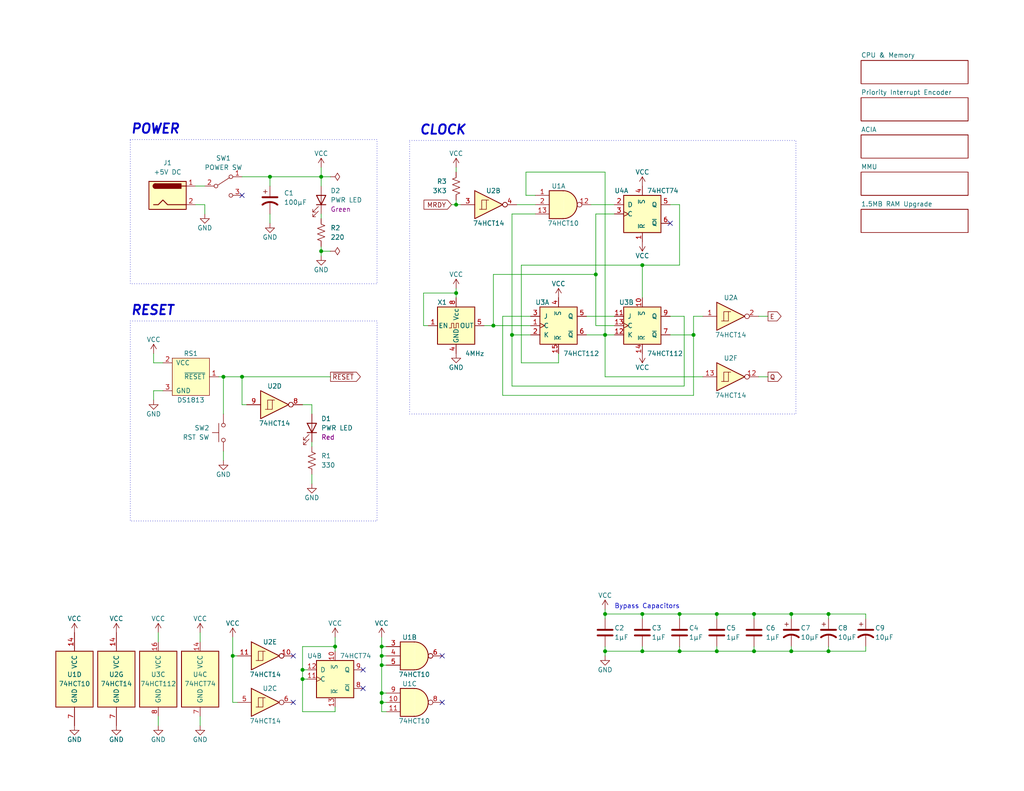
<source format=kicad_sch>
(kicad_sch (version 20230121) (generator eeschema)
  (paper "USLetter")
  (title_block (title "Power, Reset, Clock") (date "2024-01-16") (rev "1.0") (company "Frédéric Segard") (comment 1 "MicroHobbyist's Retro Homebrew Computers") (comment 2 "microhobbyist.com"))
  (lib_symbols
    (symbol "0_Library:DS1813" (pin_names (offset 1.016))
      (property "Reference" "RS" (at 0 2.54 0))
      (property "Value" "DS1813" (at 0 0 0))
      (symbol "DS1813_0_1"
        (rectangle (start 5.08 -1.27) (end -5.08 -11.43) (fill (type background)))
      )
      (symbol "DS1813_1_1"
        (pin output line (at 7.62 -6.35 180) (length 2.54) (name "~{RESET}") (number "1"))
        (pin input line (at -7.62 -2.54 0) (length 2.54) (name "VCC") (number "2"))
        (pin power_in line (at -7.62 -10.16 0) (length 2.54) (name "GND") (number "3"))
      )
    )
    (symbol "74xx:74HC74" (pin_names (offset 1.016))
      (property "Reference" "U" (at -7.62 8.89 0))
      (property "Value" "74HC74" (at -7.62 -8.89 0))
      (symbol "74HC74_1_0"
        (pin input line (at 0 -7.62 90) (length 2.54) (name "~{R}") (number "1"))
        (pin input line (at -7.62 2.54 0) (length 2.54) (name "D") (number "2"))
        (pin input clock (at -7.62 0 0) (length 2.54) (name "C") (number "3"))
        (pin input line (at 0 7.62 270) (length 2.54) (name "~{S}") (number "4"))
        (pin output line (at 7.62 2.54 180) (length 2.54) (name "Q") (number "5"))
        (pin output line (at 7.62 -2.54 180) (length 2.54) (name "~{Q}") (number "6"))
      )
      (symbol "74HC74_1_1"
        (rectangle (start -5.08 5.08) (end 5.08 -5.08) (stroke (width 0.254)) (fill (type background)))
      )
      (symbol "74HC74_2_0"
        (pin input line (at 0 7.62 270) (length 2.54) (name "~{S}") (number "10"))
        (pin input clock (at -7.62 0 0) (length 2.54) (name "C") (number "11"))
        (pin input line (at -7.62 2.54 0) (length 2.54) (name "D") (number "12"))
        (pin input line (at 0 -7.62 90) (length 2.54) (name "~{R}") (number "13"))
        (pin output line (at 7.62 -2.54 180) (length 2.54) (name "~{Q}") (number "8"))
        (pin output line (at 7.62 2.54 180) (length 2.54) (name "Q") (number "9"))
      )
      (symbol "74HC74_2_1"
        (rectangle (start -5.08 5.08) (end 5.08 -5.08) (stroke (width 0.254)) (fill (type background)))
      )
      (symbol "74HC74_3_0"
        (pin power_in line (at 0 10.16 270) (length 2.54) (name "VCC") (number "14"))
        (pin power_in line (at 0 -10.16 90) (length 2.54) (name "GND") (number "7"))
      )
      (symbol "74HC74_3_1"
        (rectangle (start -5.08 7.62) (end 5.08 -7.62) (stroke (width 0.254)) (fill (type background)))
      )
    )
    (symbol "74xx:74LS10" (pin_names (offset 1.016))
      (property "Reference" "U" (at 0 1.27 0))
      (property "Value" "74LS10" (at 0 -1.27 0))
      (symbol "74LS10_1_1"
        (arc (start 0 -3.81) (mid 3.7934 0) (end 0 3.81) (stroke (width 0.254)) (fill (type background)))
        (polyline (pts (xy 0 3.81) (xy -3.81 3.81) (xy -3.81 -3.81) (xy 0 -3.81)) (stroke (width 0.254)) (fill (type background)))
        (pin input line (at -7.62 2.54 0) (length 3.81) (name "~") (number "1"))
        (pin output inverted (at 7.62 0 180) (length 3.81) (name "~") (number "12"))
        (pin input line (at -7.62 -2.54 0) (length 3.81) (name "~") (number "13"))
        (pin input line (at -7.62 0 0) (length 3.81) (name "~") (number "2"))
      )
      (symbol "74LS10_1_2"
        (arc (start -3.81 -3.81) (mid -2.589 0) (end -3.81 3.81) (stroke (width 0.254)))
        (arc (start -0.6096 -3.81) (mid 2.1842 -2.5851) (end 3.81 0) (stroke (width 0.254)) (fill (type background)))
        (polyline (pts (xy -3.81 -3.81) (xy -0.635 -3.81)) (stroke (width 0.254)) (fill (type background)))
        (polyline (pts (xy -3.81 3.81) (xy -0.635 3.81)) (stroke (width 0.254)) (fill (type background)))
        (polyline (pts (xy -0.635 3.81) (xy -3.81 3.81) (xy -3.81 3.81) (xy -3.556 3.4036) (xy -3.0226 2.2606) (xy -2.6924 1.0414) (xy -2.6162 -0.254) (xy -2.7686 -1.4986) (xy -3.175 -2.7178) (xy -3.81 -3.81) (xy -3.81 -3.81) (xy -0.635 -3.81)) (stroke (width -25.4)) (fill (type background)))
        (arc (start 3.81 0) (mid 2.1915 2.5936) (end -0.6096 3.81) (stroke (width 0.254)) (fill (type background)))
        (pin input inverted (at -7.62 2.54 0) (length 4.318) (name "~") (number "1"))
        (pin output line (at 7.62 0 180) (length 3.81) (name "~") (number "12"))
        (pin input inverted (at -7.62 -2.54 0) (length 4.318) (name "~") (number "13"))
        (pin input inverted (at -7.62 0 0) (length 4.953) (name "~") (number "2"))
      )
      (symbol "74LS10_2_1"
        (arc (start 0 -3.81) (mid 3.7934 0) (end 0 3.81) (stroke (width 0.254)) (fill (type background)))
        (polyline (pts (xy 0 3.81) (xy -3.81 3.81) (xy -3.81 -3.81) (xy 0 -3.81)) (stroke (width 0.254)) (fill (type background)))
        (pin input line (at -7.62 2.54 0) (length 3.81) (name "~") (number "3"))
        (pin input line (at -7.62 0 0) (length 3.81) (name "~") (number "4"))
        (pin input line (at -7.62 -2.54 0) (length 3.81) (name "~") (number "5"))
        (pin output inverted (at 7.62 0 180) (length 3.81) (name "~") (number "6"))
      )
      (symbol "74LS10_2_2"
        (arc (start -3.81 -3.81) (mid -2.589 0) (end -3.81 3.81) (stroke (width 0.254)))
        (arc (start -0.6096 -3.81) (mid 2.1842 -2.5851) (end 3.81 0) (stroke (width 0.254)) (fill (type background)))
        (polyline (pts (xy -3.81 -3.81) (xy -0.635 -3.81)) (stroke (width 0.254)) (fill (type background)))
        (polyline (pts (xy -3.81 3.81) (xy -0.635 3.81)) (stroke (width 0.254)) (fill (type background)))
        (polyline (pts (xy -0.635 3.81) (xy -3.81 3.81) (xy -3.81 3.81) (xy -3.556 3.4036) (xy -3.0226 2.2606) (xy -2.6924 1.0414) (xy -2.6162 -0.254) (xy -2.7686 -1.4986) (xy -3.175 -2.7178) (xy -3.81 -3.81) (xy -3.81 -3.81) (xy -0.635 -3.81)) (stroke (width -25.4)) (fill (type background)))
        (arc (start 3.81 0) (mid 2.1915 2.5936) (end -0.6096 3.81) (stroke (width 0.254)) (fill (type background)))
        (pin input inverted (at -7.62 2.54 0) (length 4.318) (name "~") (number "3"))
        (pin input inverted (at -7.62 0 0) (length 4.953) (name "~") (number "4"))
        (pin input inverted (at -7.62 -2.54 0) (length 4.318) (name "~") (number "5"))
        (pin output line (at 7.62 0 180) (length 3.81) (name "~") (number "6"))
      )
      (symbol "74LS10_3_1"
        (arc (start 0 -3.81) (mid 3.7934 0) (end 0 3.81) (stroke (width 0.254)) (fill (type background)))
        (polyline (pts (xy 0 3.81) (xy -3.81 3.81) (xy -3.81 -3.81) (xy 0 -3.81)) (stroke (width 0.254)) (fill (type background)))
        (pin input line (at -7.62 0 0) (length 3.81) (name "~") (number "10"))
        (pin input line (at -7.62 -2.54 0) (length 3.81) (name "~") (number "11"))
        (pin output inverted (at 7.62 0 180) (length 3.81) (name "~") (number "8"))
        (pin input line (at -7.62 2.54 0) (length 3.81) (name "~") (number "9"))
      )
      (symbol "74LS10_3_2"
        (arc (start -3.81 -3.81) (mid -2.589 0) (end -3.81 3.81) (stroke (width 0.254)))
        (arc (start -0.6096 -3.81) (mid 2.1842 -2.5851) (end 3.81 0) (stroke (width 0.254)) (fill (type background)))
        (polyline (pts (xy -3.81 -3.81) (xy -0.635 -3.81)) (stroke (width 0.254)) (fill (type background)))
        (polyline (pts (xy -3.81 3.81) (xy -0.635 3.81)) (stroke (width 0.254)) (fill (type background)))
        (polyline (pts (xy -0.635 3.81) (xy -3.81 3.81) (xy -3.81 3.81) (xy -3.556 3.4036) (xy -3.0226 2.2606) (xy -2.6924 1.0414) (xy -2.6162 -0.254) (xy -2.7686 -1.4986) (xy -3.175 -2.7178) (xy -3.81 -3.81) (xy -3.81 -3.81) (xy -0.635 -3.81)) (stroke (width -25.4)) (fill (type background)))
        (arc (start 3.81 0) (mid 2.1915 2.5936) (end -0.6096 3.81) (stroke (width 0.254)) (fill (type background)))
        (pin input inverted (at -7.62 0 0) (length 4.953) (name "~") (number "10"))
        (pin input inverted (at -7.62 -2.54 0) (length 4.318) (name "~") (number "11"))
        (pin output line (at 7.62 0 180) (length 3.81) (name "~") (number "8"))
        (pin input inverted (at -7.62 2.54 0) (length 4.318) (name "~") (number "9"))
      )
      (symbol "74LS10_4_0"
        (pin power_in line (at 0 12.7 270) (length 5.08) (name "VCC") (number "14"))
        (pin power_in line (at 0 -12.7 90) (length 5.08) (name "GND") (number "7"))
      )
      (symbol "74LS10_4_1"
        (rectangle (start -5.08 7.62) (end 5.08 -7.62) (stroke (width 0.254)) (fill (type background)))
      )
    )
    (symbol "74xx:74LS112" (pin_names (offset 1.016))
      (property "Reference" "U" (at -7.62 8.89 0))
      (property "Value" "74LS112" (at -7.62 -8.89 0))
      (symbol "74LS112_1_0"
        (pin input clock (at -7.62 0 0) (length 2.54) (name "C") (number "1"))
        (pin input line (at 0 -7.62 90) (length 2.54) (name "~{R}") (number "15"))
        (pin input line (at -7.62 -2.54 0) (length 2.54) (name "K") (number "2"))
        (pin input line (at -7.62 2.54 0) (length 2.54) (name "J") (number "3"))
        (pin input line (at 0 7.62 270) (length 2.54) (name "~{S}") (number "4"))
        (pin output line (at 7.62 2.54 180) (length 2.54) (name "Q") (number "5"))
        (pin output line (at 7.62 -2.54 180) (length 2.54) (name "~{Q}") (number "6"))
      )
      (symbol "74LS112_1_1"
        (rectangle (start -5.08 5.08) (end 5.08 -5.08) (stroke (width 0.254)) (fill (type background)))
      )
      (symbol "74LS112_2_0"
        (pin input line (at 0 7.62 270) (length 2.54) (name "~{S}") (number "10"))
        (pin input line (at -7.62 2.54 0) (length 2.54) (name "J") (number "11"))
        (pin input line (at -7.62 -2.54 0) (length 2.54) (name "K") (number "12"))
        (pin input clock (at -7.62 0 0) (length 2.54) (name "C") (number "13"))
        (pin input line (at 0 -7.62 90) (length 2.54) (name "~{R}") (number "14"))
        (pin output line (at 7.62 -2.54 180) (length 2.54) (name "~{Q}") (number "7"))
        (pin output line (at 7.62 2.54 180) (length 2.54) (name "Q") (number "9"))
      )
      (symbol "74LS112_2_1"
        (rectangle (start -5.08 5.08) (end 5.08 -5.08) (stroke (width 0.254)) (fill (type background)))
      )
      (symbol "74LS112_3_0"
        (pin power_in line (at 0 10.16 270) (length 2.54) (name "VCC") (number "16"))
        (pin power_in line (at 0 -10.16 90) (length 2.54) (name "GND") (number "8"))
      )
      (symbol "74LS112_3_1"
        (rectangle (start -5.08 7.62) (end 5.08 -7.62) (stroke (width 0.254)) (fill (type background)))
      )
    )
    (symbol "74xx:74LS14" (pin_names (offset 1.016))
      (property "Reference" "U" (at 0 1.27 0))
      (property "Value" "74LS14" (at 0 -1.27 0))
      (symbol "74LS14_1_0"
        (polyline (pts (xy -3.81 3.81) (xy -3.81 -3.81) (xy 3.81 0) (xy -3.81 3.81)) (stroke (width 0.254)) (fill (type background)))
        (pin input line (at -7.62 0 0) (length 3.81) (name "~") (number "1"))
        (pin output inverted (at 7.62 0 180) (length 3.81) (name "~") (number "2"))
      )
      (symbol "74LS14_1_1"
        (polyline (pts (xy -1.905 -1.27) (xy -1.905 1.27) (xy -0.635 1.27)))
        (polyline (pts (xy -2.54 -1.27) (xy -0.635 -1.27) (xy -0.635 1.27) (xy 0 1.27)))
      )
      (symbol "74LS14_2_0"
        (polyline (pts (xy -3.81 3.81) (xy -3.81 -3.81) (xy 3.81 0) (xy -3.81 3.81)) (stroke (width 0.254)) (fill (type background)))
        (pin input line (at -7.62 0 0) (length 3.81) (name "~") (number "3"))
        (pin output inverted (at 7.62 0 180) (length 3.81) (name "~") (number "4"))
      )
      (symbol "74LS14_2_1"
        (polyline (pts (xy -1.905 -1.27) (xy -1.905 1.27) (xy -0.635 1.27)))
        (polyline (pts (xy -2.54 -1.27) (xy -0.635 -1.27) (xy -0.635 1.27) (xy 0 1.27)))
      )
      (symbol "74LS14_3_0"
        (polyline (pts (xy -3.81 3.81) (xy -3.81 -3.81) (xy 3.81 0) (xy -3.81 3.81)) (stroke (width 0.254)) (fill (type background)))
        (pin input line (at -7.62 0 0) (length 3.81) (name "~") (number "5"))
        (pin output inverted (at 7.62 0 180) (length 3.81) (name "~") (number "6"))
      )
      (symbol "74LS14_3_1"
        (polyline (pts (xy -1.905 -1.27) (xy -1.905 1.27) (xy -0.635 1.27)))
        (polyline (pts (xy -2.54 -1.27) (xy -0.635 -1.27) (xy -0.635 1.27) (xy 0 1.27)))
      )
      (symbol "74LS14_4_0"
        (polyline (pts (xy -3.81 3.81) (xy -3.81 -3.81) (xy 3.81 0) (xy -3.81 3.81)) (stroke (width 0.254)) (fill (type background)))
        (pin output inverted (at 7.62 0 180) (length 3.81) (name "~") (number "8"))
        (pin input line (at -7.62 0 0) (length 3.81) (name "~") (number "9"))
      )
      (symbol "74LS14_4_1"
        (polyline (pts (xy -1.905 -1.27) (xy -1.905 1.27) (xy -0.635 1.27)))
        (polyline (pts (xy -2.54 -1.27) (xy -0.635 -1.27) (xy -0.635 1.27) (xy 0 1.27)))
      )
      (symbol "74LS14_5_0"
        (polyline (pts (xy -3.81 3.81) (xy -3.81 -3.81) (xy 3.81 0) (xy -3.81 3.81)) (stroke (width 0.254)) (fill (type background)))
        (pin output inverted (at 7.62 0 180) (length 3.81) (name "~") (number "10"))
        (pin input line (at -7.62 0 0) (length 3.81) (name "~") (number "11"))
      )
      (symbol "74LS14_5_1"
        (polyline (pts (xy -1.905 -1.27) (xy -1.905 1.27) (xy -0.635 1.27)))
        (polyline (pts (xy -2.54 -1.27) (xy -0.635 -1.27) (xy -0.635 1.27) (xy 0 1.27)))
      )
      (symbol "74LS14_6_0"
        (polyline (pts (xy -3.81 3.81) (xy -3.81 -3.81) (xy 3.81 0) (xy -3.81 3.81)) (stroke (width 0.254)) (fill (type background)))
        (pin output inverted (at 7.62 0 180) (length 3.81) (name "~") (number "12"))
        (pin input line (at -7.62 0 0) (length 3.81) (name "~") (number "13"))
      )
      (symbol "74LS14_6_1"
        (polyline (pts (xy -1.905 -1.27) (xy -1.905 1.27) (xy -0.635 1.27)))
        (polyline (pts (xy -2.54 -1.27) (xy -0.635 -1.27) (xy -0.635 1.27) (xy 0 1.27)))
      )
      (symbol "74LS14_7_0"
        (pin power_in line (at 0 12.7 270) (length 5.08) (name "VCC") (number "14"))
        (pin power_in line (at 0 -12.7 90) (length 5.08) (name "GND") (number "7"))
      )
      (symbol "74LS14_7_1"
        (rectangle (start -5.08 7.62) (end 5.08 -7.62) (stroke (width 0.254)) (fill (type background)))
      )
    )
    (symbol "Connector:Barrel_Jack" (pin_names (offset 1.016))
      (property "Reference" "J" (at 0 5.334 0))
      (property "Value" "Barrel_Jack" (at 0 -5.08 0))
      (symbol "Barrel_Jack_0_1"
        (rectangle (start -5.08 3.81) (end 5.08 -3.81) (stroke (width 0.254)) (fill (type background)))
        (arc (start -3.302 3.175) (mid -3.9343 2.54) (end -3.302 1.905) (stroke (width 0.254)))
        (arc (start -3.302 3.175) (mid -3.9343 2.54) (end -3.302 1.905) (stroke (width 0.254)) (fill (type outline)))
        (polyline (pts (xy 5.08 2.54) (xy 3.81 2.54)) (stroke (width 0.254)))
        (polyline (pts (xy -3.81 -2.54) (xy -2.54 -2.54) (xy -1.27 -1.27) (xy 0 -2.54) (xy 2.54 -2.54) (xy 5.08 -2.54)) (stroke (width 0.254)))
        (rectangle (start 3.683 3.175) (end -3.302 1.905) (stroke (width 0.254)) (fill (type outline)))
      )
      (symbol "Barrel_Jack_1_1"
        (pin passive line (at 7.62 2.54 180) (length 2.54) (name "~") (number "1"))
        (pin passive line (at 7.62 -2.54 180) (length 2.54) (name "~") (number "2"))
      )
    )
    (symbol "Device:C" (pin_numbers hide) (pin_names (offset 0.254))
      (property "Reference" "C" (at 0.635 2.54 0))
      (property "Value" "C" (at 0.635 -2.54 0))
      (symbol "C_0_1"
        (polyline (pts (xy -2.032 -0.762) (xy 2.032 -0.762)) (stroke (width 0.508)))
        (polyline (pts (xy -2.032 0.762) (xy 2.032 0.762)) (stroke (width 0.508)))
      )
      (symbol "C_1_1"
        (pin passive line (at 0 3.81 270) (length 2.794) (name "~") (number "1"))
        (pin passive line (at 0 -3.81 90) (length 2.794) (name "~") (number "2"))
      )
    )
    (symbol "Device:C_Polarized_US" (pin_numbers hide) (pin_names (offset 0.254) hide)
      (property "Reference" "C" (at 0.635 2.54 0))
      (property "Value" "C_Polarized_US" (at 0.635 -2.54 0))
      (symbol "C_Polarized_US_0_1"
        (polyline (pts (xy -2.032 0.762) (xy 2.032 0.762)) (stroke (width 0.508)))
        (polyline (pts (xy -1.778 2.286) (xy -0.762 2.286)))
        (polyline (pts (xy -1.27 1.778) (xy -1.27 2.794)))
        (arc (start 2.032 -1.27) (mid 0 -0.5572) (end -2.032 -1.27) (stroke (width 0.508)))
      )
      (symbol "C_Polarized_US_1_1"
        (pin passive line (at 0 3.81 270) (length 2.794) (name "~") (number "1"))
        (pin passive line (at 0 -3.81 90) (length 3.302) (name "~") (number "2"))
      )
    )
    (symbol "Device:LED" (pin_numbers hide) (pin_names (offset 1.016) hide)
      (property "Reference" "D" (at 0 2.54 0))
      (property "Value" "LED" (at 0 -2.54 0))
      (symbol "LED_0_1"
        (polyline (pts (xy -1.27 -1.27) (xy -1.27 1.27)) (stroke (width 0.254)))
        (polyline (pts (xy -1.27 0) (xy 1.27 0)))
        (polyline (pts (xy 1.27 -1.27) (xy 1.27 1.27) (xy -1.27 0) (xy 1.27 -1.27)) (stroke (width 0.254)))
        (polyline (pts (xy -3.048 -0.762) (xy -4.572 -2.286) (xy -3.81 -2.286) (xy -4.572 -2.286) (xy -4.572 -1.524)))
        (polyline (pts (xy -1.778 -0.762) (xy -3.302 -2.286) (xy -2.54 -2.286) (xy -3.302 -2.286) (xy -3.302 -1.524)))
      )
      (symbol "LED_1_1"
        (pin passive line (at -3.81 0 0) (length 2.54) (name "K") (number "1"))
        (pin passive line (at 3.81 0 180) (length 2.54) (name "A") (number "2"))
      )
    )
    (symbol "Device:R_US" (pin_numbers hide) (pin_names (offset 0))
      (property "Reference" "R" (at 2.54 0 90))
      (property "Value" "R_US" (at -2.54 0 90))
      (symbol "R_US_0_1"
        (polyline (pts (xy 0 -2.286) (xy 0 -2.54)))
        (polyline (pts (xy 0 2.286) (xy 0 2.54)))
        (polyline (pts (xy 0 -0.762) (xy 1.016 -1.143) (xy 0 -1.524) (xy -1.016 -1.905) (xy 0 -2.286)))
        (polyline (pts (xy 0 0.762) (xy 1.016 0.381) (xy 0 0) (xy -1.016 -0.381) (xy 0 -0.762)))
        (polyline (pts (xy 0 2.286) (xy 1.016 1.905) (xy 0 1.524) (xy -1.016 1.143) (xy 0 0.762)))
      )
      (symbol "R_US_1_1"
        (pin passive line (at 0 3.81 270) (length 1.27) (name "~") (number "1"))
        (pin passive line (at 0 -3.81 90) (length 1.27) (name "~") (number "2"))
      )
    )
    (symbol "Oscillator:CXO_DIP8" (pin_names (offset 0.254))
      (property "Reference" "X" (at -5.08 6.35 0))
      (property "Value" "CXO_DIP8" (at 1.27 -6.35 0))
      (symbol "CXO_DIP8_0_1"
        (rectangle (start -5.08 5.08) (end 5.08 -5.08) (stroke (width 0.254)) (fill (type background)))
        (polyline (pts (xy -1.905 -0.635) (xy -1.27 -0.635) (xy -1.27 0.635) (xy -0.635 0.635) (xy -0.635 -0.635) (xy 0 -0.635) (xy 0 0.635) (xy 0.635 0.635) (xy 0.635 -0.635)))
      )
      (symbol "CXO_DIP8_1_1"
        (pin input line (at -7.62 0 0) (length 2.54) (name "EN") (number "1"))
        (pin power_in line (at 0 -7.62 90) (length 2.54) (name "GND") (number "4"))
        (pin output line (at 7.62 0 180) (length 2.54) (name "OUT") (number "5"))
        (pin power_in line (at 0 7.62 270) (length 2.54) (name "Vcc") (number "8"))
      )
    )
    (symbol "Switch:SW_Push" (pin_numbers hide) (pin_names (offset 1.016) hide)
      (property "Reference" "SW" (at 1.27 2.54 0))
      (property "Value" "SW_Push" (at 0 -1.524 0))
      (symbol "SW_Push_0_1"
        (circle (center -2.032 0) (radius 0.508))
        (polyline (pts (xy 0 1.27) (xy 0 3.048)))
        (polyline (pts (xy 2.54 1.27) (xy -2.54 1.27)))
        (circle (center 2.032 0) (radius 0.508))
        (pin passive line (at -5.08 0 0) (length 2.54) (name "1") (number "1"))
        (pin passive line (at 5.08 0 180) (length 2.54) (name "2") (number "2"))
      )
    )
    (symbol "Switch:SW_SPDT" (pin_names (offset 0) hide)
      (property "Reference" "SW" (at 0 4.318 0))
      (property "Value" "SW_SPDT" (at 0 -5.08 0))
      (symbol "SW_SPDT_0_0"
        (circle (center -2.032 0) (radius 0.508))
        (circle (center 2.032 -2.54) (radius 0.508))
      )
      (symbol "SW_SPDT_0_1"
        (polyline (pts (xy -1.524 0.254) (xy 1.651 2.286)))
        (circle (center 2.032 2.54) (radius 0.508))
      )
      (symbol "SW_SPDT_1_1"
        (pin passive line (at 5.08 2.54 180) (length 2.54) (name "A") (number "1"))
        (pin passive line (at -5.08 0 0) (length 2.54) (name "B") (number "2"))
        (pin passive line (at 5.08 -2.54 180) (length 2.54) (name "C") (number "3"))
      )
    )
    (symbol "power:GND" (power) (pin_names (offset 0))
      (property "Value" "GND" (at 0 -3.81 0))
      (symbol "GND_0_1"
        (polyline (pts (xy 0 0) (xy 0 -1.27) (xy 1.27 -1.27) (xy 0 -2.54) (xy -1.27 -1.27) (xy 0 -1.27)))
      )
      (symbol "GND_1_1"
        (pin power_in line (at 0 0 270) (length 0) hide (name "GND") (number "1"))
      )
    )
    (symbol "power:PWR_FLAG" (power) (pin_numbers hide) (pin_names (offset 0) hide)
      (property "Value" "PWR_FLAG" (at 0 3.81 0))
      (symbol "PWR_FLAG_0_0"
        (pin power_out line (at 0 0 90) (length 0) (name "pwr") (number "1"))
      )
      (symbol "PWR_FLAG_0_1"
        (polyline (pts (xy 0 0) (xy 0 1.27) (xy -1.016 1.905) (xy 0 2.54) (xy 1.016 1.905) (xy 0 1.27)))
      )
    )
    (symbol "power:VCC" (power) (pin_names (offset 0))
      (property "Value" "VCC" (at 0 3.81 0))
      (symbol "VCC_0_1"
        (polyline (pts (xy -0.762 1.27) (xy 0 2.54)))
        (polyline (pts (xy 0 0) (xy 0 2.54)))
        (polyline (pts (xy 0 2.54) (xy 0.762 1.27)))
      )
      (symbol "VCC_1_1"
        (pin power_in line (at 0 0 90) (length 0) hide (name "VCC") (number "1"))
      )
    )
  )
  (junction (at 185.42 167.64))
  (junction (at 104.14 179.07))
  (junction (at 104.14 191.77))
  (junction (at 139.7 91.44))
  (junction (at 226.06 167.64))
  (junction (at 104.14 181.61))
  (junction (at 205.74 177.8))
  (junction (at 60.96 102.87))
  (junction (at 175.26 72.39))
  (junction (at 104.14 189.23))
  (junction (at 165.1 91.44))
  (junction (at 185.42 177.8))
  (junction (at 205.74 167.64))
  (junction (at 162.56 74.93))
  (junction (at 87.63 48.26))
  (junction (at 189.23 91.44))
  (junction (at 175.26 177.8))
  (junction (at 165.1 177.8))
  (junction (at 87.63 68.58))
  (junction (at 66.04 102.87))
  (junction (at 63.5 179.07))
  (junction (at 91.44 176.53))
  (junction (at 124.46 80.01))
  (junction (at 134.62 88.9))
  (junction (at 215.9 167.64))
  (junction (at 165.1 167.64))
  (junction (at 82.55 185.42))
  (junction (at 73.66 48.26))
  (junction (at 195.58 177.8))
  (junction (at 215.9 177.8))
  (junction (at 195.58 167.64))
  (junction (at 226.06 177.8))
  (junction (at 82.55 182.88))
  (junction (at 175.26 167.64))
  (junction (at 104.14 176.53))
  (junction (at 124.46 55.88))
  (no_connect (at 80.01 179.07))
  (no_connect (at 120.65 191.77))
  (no_connect (at 80.01 191.77))
  (no_connect (at 120.65 179.07))
  (no_connect (at 99.06 187.96))
  (no_connect (at 66.04 53.34))
  (no_connect (at 99.06 182.88))
  (no_connect (at 182.88 60.96))
  (wire (pts (xy 236.22 176.53) (xy 236.22 177.8)))
  (wire (pts (xy 63.5 173.99) (xy 63.5 179.07)))
  (wire (pts (xy 215.9 177.8) (xy 226.06 177.8)))
  (wire (pts (xy 43.18 195.58) (xy 43.18 198.12)))
  (wire (pts (xy 104.14 189.23) (xy 105.41 189.23)))
  (wire (pts (xy 207.01 102.87) (xy 209.55 102.87)))
  (wire (pts (xy 137.16 86.36) (xy 137.16 107.95)))
  (wire (pts (xy 87.63 48.26) (xy 73.66 48.26)))
  (wire (pts (xy 87.63 58.42) (xy 87.63 59.69)))
  (wire (pts (xy 91.44 194.31) (xy 82.55 194.31)))
  (wire (pts (xy 63.5 179.07) (xy 63.5 191.77)))
  (wire (pts (xy 186.69 86.36) (xy 186.69 105.41)))
  (wire (pts (xy 182.88 86.36) (xy 186.69 86.36)))
  (wire (pts (xy 175.26 167.64) (xy 185.42 167.64)))
  (wire (pts (xy 87.63 48.26) (xy 87.63 50.8)))
  (wire (pts (xy 165.1 91.44) (xy 165.1 46.99)))
  (wire (pts (xy 161.29 55.88) (xy 167.64 55.88)))
  (wire (pts (xy 124.46 78.74) (xy 124.46 80.01)))
  (wire (pts (xy 165.1 177.8) (xy 175.26 177.8)))
  (wire (pts (xy 87.63 67.31) (xy 87.63 68.58)))
  (wire (pts (xy 143.51 53.34) (xy 146.05 53.34)))
  (wire (pts (xy 85.09 129.54) (xy 85.09 132.08)))
  (wire (pts (xy 189.23 91.44) (xy 182.88 91.44)))
  (wire (pts (xy 104.14 181.61) (xy 104.14 179.07)))
  (wire (pts (xy 104.14 181.61) (xy 105.41 181.61)))
  (wire (pts (xy 186.69 105.41) (xy 139.7 105.41)))
  (wire (pts (xy 207.01 86.36) (xy 209.55 86.36)))
  (wire (pts (xy 205.74 167.64) (xy 205.74 168.91)))
  (wire (pts (xy 43.18 172.72) (xy 43.18 175.26)))
  (wire (pts (xy 142.24 99.06) (xy 142.24 72.39)))
  (wire (pts (xy 105.41 194.31) (xy 104.14 194.31)))
  (wire (pts (xy 66.04 102.87) (xy 66.04 110.49)))
  (wire (pts (xy 44.45 99.06) (xy 41.91 99.06)))
  (wire (pts (xy 167.64 88.9) (xy 162.56 88.9)))
  (wire (pts (xy 195.58 167.64) (xy 205.74 167.64)))
  (wire (pts (xy 152.4 96.52) (xy 152.4 99.06)))
  (wire (pts (xy 185.42 55.88) (xy 182.88 55.88)))
  (wire (pts (xy 82.55 176.53) (xy 91.44 176.53)))
  (wire (pts (xy 54.61 172.72) (xy 54.61 175.26)))
  (wire (pts (xy 134.62 88.9) (xy 144.78 88.9)))
  (wire (pts (xy 104.14 176.53) (xy 105.41 176.53)))
  (wire (pts (xy 139.7 91.44) (xy 139.7 58.42)))
  (wire (pts (xy 82.55 182.88) (xy 83.82 182.88)))
  (wire (pts (xy 143.51 46.99) (xy 143.51 53.34)))
  (wire (pts (xy 236.22 167.64) (xy 236.22 168.91)))
  (wire (pts (xy 54.61 195.58) (xy 54.61 198.12)))
  (wire (pts (xy 142.24 72.39) (xy 175.26 72.39)))
  (wire (pts (xy 82.55 110.49) (xy 85.09 110.49)))
  (wire (pts (xy 87.63 45.72) (xy 87.63 48.26)))
  (wire (pts (xy 53.34 55.88) (xy 55.88 55.88)))
  (wire (pts (xy 185.42 167.64) (xy 185.42 168.91)))
  (wire (pts (xy 165.1 177.8) (xy 165.1 179.07)))
  (wire (pts (xy 60.96 102.87) (xy 60.96 113.03)))
  (wire (pts (xy 215.9 177.8) (xy 205.74 177.8)))
  (wire (pts (xy 104.14 189.23) (xy 104.14 181.61)))
  (wire (pts (xy 162.56 58.42) (xy 162.56 74.93)))
  (wire (pts (xy 139.7 58.42) (xy 146.05 58.42)))
  (wire (pts (xy 124.46 55.88) (xy 125.73 55.88)))
  (wire (pts (xy 144.78 86.36) (xy 137.16 86.36)))
  (wire (pts (xy 165.1 176.53) (xy 165.1 177.8)))
  (wire (pts (xy 124.46 54.61) (xy 124.46 55.88)))
  (wire (pts (xy 162.56 58.42) (xy 167.64 58.42)))
  (wire (pts (xy 195.58 167.64) (xy 195.58 168.91)))
  (wire (pts (xy 82.55 194.31) (xy 82.55 185.42)))
  (wire (pts (xy 41.91 99.06) (xy 41.91 96.52)))
  (wire (pts (xy 226.06 167.64) (xy 226.06 168.91)))
  (wire (pts (xy 63.5 191.77) (xy 64.77 191.77)))
  (wire (pts (xy 226.06 167.64) (xy 236.22 167.64)))
  (wire (pts (xy 123.19 55.88) (xy 124.46 55.88)))
  (wire (pts (xy 85.09 110.49) (xy 85.09 113.03)))
  (wire (pts (xy 73.66 58.42) (xy 73.66 60.96)))
  (wire (pts (xy 91.44 176.53) (xy 91.44 173.99)))
  (wire (pts (xy 165.1 167.64) (xy 175.26 167.64)))
  (wire (pts (xy 175.26 176.53) (xy 175.26 177.8)))
  (wire (pts (xy 215.9 168.91) (xy 215.9 167.64)))
  (wire (pts (xy 87.63 68.58) (xy 87.63 69.85)))
  (wire (pts (xy 185.42 177.8) (xy 195.58 177.8)))
  (wire (pts (xy 175.26 167.64) (xy 175.26 168.91)))
  (wire (pts (xy 137.16 107.95) (xy 189.23 107.95)))
  (wire (pts (xy 60.96 102.87) (xy 59.69 102.87)))
  (wire (pts (xy 134.62 74.93) (xy 162.56 74.93)))
  (wire (pts (xy 175.26 177.8) (xy 185.42 177.8)))
  (wire (pts (xy 189.23 107.95) (xy 189.23 91.44)))
  (wire (pts (xy 91.44 193.04) (xy 91.44 194.31)))
  (wire (pts (xy 140.97 55.88) (xy 146.05 55.88)))
  (wire (pts (xy 162.56 88.9) (xy 162.56 74.93)))
  (wire (pts (xy 185.42 176.53) (xy 185.42 177.8)))
  (wire (pts (xy 165.1 102.87) (xy 165.1 91.44)))
  (wire (pts (xy 189.23 86.36) (xy 191.77 86.36)))
  (wire (pts (xy 104.14 194.31) (xy 104.14 191.77)))
  (wire (pts (xy 160.02 86.36) (xy 167.64 86.36)))
  (wire (pts (xy 60.96 102.87) (xy 66.04 102.87)))
  (wire (pts (xy 165.1 46.99) (xy 143.51 46.99)))
  (wire (pts (xy 191.77 102.87) (xy 165.1 102.87)))
  (wire (pts (xy 104.14 191.77) (xy 105.41 191.77)))
  (wire (pts (xy 66.04 102.87) (xy 90.17 102.87)))
  (wire (pts (xy 152.4 99.06) (xy 142.24 99.06)))
  (wire (pts (xy 175.26 72.39) (xy 185.42 72.39)))
  (wire (pts (xy 160.02 91.44) (xy 165.1 91.44)))
  (wire (pts (xy 124.46 80.01) (xy 124.46 81.28)))
  (wire (pts (xy 115.57 88.9) (xy 115.57 80.01)))
  (wire (pts (xy 139.7 91.44) (xy 144.78 91.44)))
  (wire (pts (xy 67.31 110.49) (xy 66.04 110.49)))
  (wire (pts (xy 60.96 123.19) (xy 60.96 125.73)))
  (wire (pts (xy 134.62 74.93) (xy 134.62 88.9)))
  (wire (pts (xy 115.57 80.01) (xy 124.46 80.01)))
  (wire (pts (xy 185.42 167.64) (xy 195.58 167.64)))
  (wire (pts (xy 175.26 72.39) (xy 175.26 81.28)))
  (wire (pts (xy 215.9 167.64) (xy 226.06 167.64)))
  (wire (pts (xy 185.42 72.39) (xy 185.42 55.88)))
  (wire (pts (xy 215.9 176.53) (xy 215.9 177.8)))
  (wire (pts (xy 195.58 177.8) (xy 205.74 177.8)))
  (wire (pts (xy 91.44 176.53) (xy 91.44 177.8)))
  (wire (pts (xy 215.9 167.64) (xy 205.74 167.64)))
  (wire (pts (xy 85.09 120.65) (xy 85.09 121.92)))
  (wire (pts (xy 116.84 88.9) (xy 115.57 88.9)))
  (wire (pts (xy 87.63 48.26) (xy 90.17 48.26)))
  (wire (pts (xy 87.63 68.58) (xy 90.17 68.58)))
  (wire (pts (xy 124.46 45.72) (xy 124.46 46.99)))
  (wire (pts (xy 226.06 176.53) (xy 226.06 177.8)))
  (wire (pts (xy 44.45 106.68) (xy 41.91 106.68)))
  (wire (pts (xy 82.55 185.42) (xy 83.82 185.42)))
  (wire (pts (xy 139.7 105.41) (xy 139.7 91.44)))
  (wire (pts (xy 165.1 167.64) (xy 165.1 168.91)))
  (wire (pts (xy 104.14 173.99) (xy 104.14 176.53)))
  (wire (pts (xy 82.55 182.88) (xy 82.55 176.53)))
  (wire (pts (xy 41.91 106.68) (xy 41.91 109.22)))
  (wire (pts (xy 82.55 185.42) (xy 82.55 182.88)))
  (wire (pts (xy 63.5 179.07) (xy 64.77 179.07)))
  (wire (pts (xy 66.04 48.26) (xy 73.66 48.26)))
  (wire (pts (xy 55.88 55.88) (xy 55.88 58.42)))
  (wire (pts (xy 189.23 86.36) (xy 189.23 91.44)))
  (wire (pts (xy 195.58 176.53) (xy 195.58 177.8)))
  (wire (pts (xy 53.34 50.8) (xy 55.88 50.8)))
  (wire (pts (xy 165.1 166.37) (xy 165.1 167.64)))
  (wire (pts (xy 104.14 179.07) (xy 104.14 176.53)))
  (wire (pts (xy 104.14 179.07) (xy 105.41 179.07)))
  (wire (pts (xy 73.66 48.26) (xy 73.66 50.8)))
  (wire (pts (xy 104.14 191.77) (xy 104.14 189.23)))
  (wire (pts (xy 132.08 88.9) (xy 134.62 88.9)))
  (wire (pts (xy 165.1 91.44) (xy 167.64 91.44)))
  (wire (pts (xy 226.06 177.8) (xy 236.22 177.8)))
  (wire (pts (xy 205.74 176.53) (xy 205.74 177.8)))
  (rectangle (start 35.56 38.1) (end 102.87 77.47) (stroke (width 0) (type dot)))
  (rectangle (start 111.76 38.354) (end 217.17 113.03) (stroke (width 0) (type dot)))
  (rectangle (start 35.56 87.63) (end 102.87 142.24) (stroke (width 0) (type dot)))
  (text "RESET" (at 35.56 86.36 0) (effects (font (size 2.54 2.54) (thickness 0.508) bold italic) (justify left bottom)))
  (text "Bypass Capacitors" (at 167.64 166.37 0) (effects (font (size 1.27 1.27)) (justify left bottom)))
  (text "CLOCK" (at 114.3 37.084 0) (effects (font (size 2.54 2.54) (thickness 0.508) bold italic) (justify left bottom)))
  (text "POWER" (at 35.56 36.83 0) (effects (font (size 2.54 2.54) (thickness 0.508) bold italic) (justify left bottom)))
  (global_label "MRDY" (shape input) (at 123.19 55.88 180) (property "Intersheetrefs" "${INTERSHEET_REFS}" (effects hide)))
  (global_label "~{RESET}" (shape output) (at 90.17 102.87 0) (property "Intersheetrefs" "${INTERSHEET_REFS}" (effects hide)))
  (global_label "E" (shape output) (at 209.55 86.36 0) (property "Intersheetrefs" "${INTERSHEET_REFS}" (effects hide)))
  (global_label "Q" (shape output) (at 209.55 102.87 0) (property "Intersheetrefs" "${INTERSHEET_REFS}" (effects hide)))
  (symbol (lib_id "Device:R_US") (at 85.09 125.73 0) (unit 1)
    (property "Reference" "R1" (at 87.63 124.46 0) (effects (justify left)))
    (property "Value" "330" (at 87.63 127 0) (effects (justify left)))
    (property "Footprint" "Resistor_THT:R_Axial_DIN0204_L3.6mm_D1.6mm_P7.62mm_Horizontal" (effects hide))
  )
  (symbol (lib_id "Device:C") (at 165.1 172.72 0) (unit 1)
    (property "Reference" "C2" (at 167.64 171.45 0) (effects (justify left)))
    (property "Value" "1µF" (at 167.64 173.99 0) (effects (justify left)))
    (property "Footprint" "Capacitor_THT:C_Disc_D3.0mm_W1.6mm_P2.50mm" (effects hide))
  )
  (symbol (lib_id "power:GND") (at 43.18 198.12 0) (mirror y) (unit 1)
    (property "Reference" "#PWR08" (effects hide))
    (property "Value" "GND" (at 43.18 201.93 0))
  )
  (symbol (lib_id "74xx:74LS14") (at 74.93 110.49 0) (unit 4)
    (property "Reference" "U2" (at 74.93 105.41 0))
    (property "Value" "74HCT14" (at 74.93 115.57 0))
    (property "Footprint" "Package_DIP:DIP-14_W7.62mm_Socket" (effects hide))
    (property "Datasheet" "http://www.ti.com/lit/gpn/sn74LS14" (effects hide))
  )
  (symbol (lib_id "74xx:74LS14") (at 31.75 185.42 0) (mirror y) (unit 7)
    (property "Reference" "U2" (at 31.75 184.15 0))
    (property "Value" "74HCT14" (at 31.75 186.69 0))
    (property "Footprint" "Package_DIP:DIP-14_W7.62mm_Socket" (effects hide))
    (property "Datasheet" "http://www.ti.com/lit/gpn/sn74LS14" (effects hide))
  )
  (symbol (lib_id "74xx:74HC74") (at 175.26 58.42 0) (unit 1)
    (property "Reference" "U4" (at 167.64 52.07 0) (effects (justify left)))
    (property "Value" "74HCT74" (at 176.53 52.07 0) (effects (justify left)))
    (property "Footprint" "Package_DIP:DIP-14_W7.62mm_Socket" (effects hide))
    (property "Datasheet" "74xx/74hc_hct74.pdf" (effects hide))
  )
  (symbol (lib_id "power:GND") (at 31.75 198.12 0) (mirror y) (unit 1)
    (property "Reference" "#PWR04" (effects hide))
    (property "Value" "GND" (at 31.75 201.93 0))
  )
  (symbol (lib_id "power:VCC") (at 175.26 96.52 180) (unit 1)
    (property "Reference" "#PWR028" (effects hide))
    (property "Value" "VCC" (at 175.26 100.33 0))
  )
  (symbol (lib_id "power:VCC") (at 104.14 173.99 0) (unit 1)
    (property "Reference" "#PWR019" (effects hide))
    (property "Value" "VCC" (at 104.14 170.18 0))
  )
  (symbol (lib_id "power:GND") (at 87.63 69.85 0) (unit 1)
    (property "Reference" "#PWR017" (effects hide))
    (property "Value" "GND" (at 87.63 73.66 0))
  )
  (symbol (lib_id "74xx:74LS14") (at 199.39 102.87 0) (unit 6)
    (property "Reference" "U2" (at 199.39 97.79 0))
    (property "Value" "74HCT14" (at 199.39 107.95 0))
    (property "Footprint" "Package_DIP:DIP-14_W7.62mm_Socket" (effects hide))
    (property "Datasheet" "http://www.ti.com/lit/gpn/sn74LS14" (effects hide))
  )
  (symbol (lib_id "Device:C_Polarized_US") (at 73.66 54.61 0) (unit 1)
    (property "Reference" "C1" (at 77.47 52.705 0) (effects (justify left)))
    (property "Value" "100µF" (at 77.47 55.245 0) (effects (justify left)))
    (property "Footprint" "Capacitor_THT:CP_Radial_D6.3mm_P2.50mm" (effects hide))
  )
  (symbol (lib_id "74xx:74HC74") (at 54.61 185.42 0) (mirror y) (unit 3)
    (property "Reference" "U4" (at 54.61 184.15 0))
    (property "Value" "74HCT74" (at 54.61 186.69 0))
    (property "Footprint" "Package_DIP:DIP-14_W7.62mm_Socket" (effects hide))
    (property "Datasheet" "74xx/74hc_hct74.pdf" (effects hide))
  )
  (symbol (lib_id "Device:C") (at 205.74 172.72 0) (unit 1)
    (property "Reference" "C6" (at 208.915 171.45 0) (effects (justify left)))
    (property "Value" "1µF" (at 208.915 173.99 0) (effects (justify left)))
    (property "Footprint" "Capacitor_THT:C_Disc_D3.0mm_W1.6mm_P2.50mm" (effects hide))
  )
  (symbol (lib_id "power:VCC") (at 31.75 172.72 0) (mirror y) (unit 1)
    (property "Reference" "#PWR03" (effects hide))
    (property "Value" "VCC" (at 31.75 168.91 0))
  )
  (symbol (lib_id "power:VCC") (at 87.63 45.72 0) (unit 1)
    (property "Reference" "#PWR016" (effects hide))
    (property "Value" "VCC" (at 87.63 41.91 0))
  )
  (symbol (lib_id "Switch:SW_Push") (at 60.96 118.11 90) (mirror x) (unit 1)
    (property "Reference" "SW2" (at 57.15 116.84 90) (effects (justify left)))
    (property "Value" "RST SW" (at 57.15 119.38 90) (effects (justify left)))
    (property "Footprint" "Button_Switch_THT:SW_Tactile_SPST_Angled_PTS645Vx58-2LFS" (effects hide))
  )
  (symbol (lib_id "74xx:74LS112") (at 43.18 185.42 0) (mirror y) (unit 3)
    (property "Reference" "U3" (at 43.18 184.15 0))
    (property "Value" "74HCT112" (at 43.18 186.69 0))
    (property "Footprint" "Package_DIP:DIP-18_W7.62mm_Socket" (effects hide))
    (property "Datasheet" "http://www.ti.com/lit/gpn/sn74LS112" (effects hide))
  )
  (symbol (lib_id "Device:LED") (at 87.63 54.61 270) (mirror x) (unit 1)
    (property "Reference" "D2" (at 90.17 52.07 90) (effects (justify left)))
    (property "Value" "PWR LED" (at 90.17 54.61 90) (effects (justify left)))
    (property "Footprint" "LED_THT:LED_D3.0mm" (effects hide))
    (property "Color" "Green" (at 90.17 57.15 90) (effects (justify left)))
  )
  (symbol (lib_id "Connector:Barrel_Jack") (at 45.72 53.34 0) (unit 1)
    (property "Reference" "J1" (at 45.72 44.45 0))
    (property "Value" "+5V DC" (at 45.72 46.99 0))
    (property "Footprint" "0_Library:Barrel_Jack_5.5mmODx2.1mmID_PJ-202A" (effects hide))
  )
  (symbol (lib_id "Device:C_Polarized_US") (at 226.06 172.72 0) (unit 1)
    (property "Reference" "C8" (at 228.6 171.45 0) (effects (justify left)))
    (property "Value" "10µF" (at 228.6 173.99 0) (effects (justify left)))
    (property "Footprint" "Capacitor_THT:CP_Radial_D5.0mm_P2.50mm" (effects hide))
  )
  (symbol (lib_id "power:VCC") (at 152.4 81.28 0) (unit 1)
    (property "Reference" "#PWR023" (effects hide))
    (property "Value" "VCC" (at 152.4 77.47 0))
  )
  (symbol (lib_id "Device:C_Polarized_US") (at 236.22 172.72 0) (unit 1)
    (property "Reference" "C9" (at 238.76 171.45 0) (effects (justify left)))
    (property "Value" "10µF" (at 238.76 173.99 0) (effects (justify left)))
    (property "Footprint" "Capacitor_THT:CP_Radial_D5.0mm_P2.50mm" (effects hide))
  )
  (symbol (lib_id "74xx:74LS14") (at 72.39 179.07 0) (unit 5)
    (property "Reference" "U2" (at 73.66 175.26 0))
    (property "Value" "74HCT14" (at 72.39 184.15 0))
    (property "Footprint" "Package_DIP:DIP-14_W7.62mm_Socket" (effects hide))
    (property "Datasheet" "http://www.ti.com/lit/gpn/sn74LS14" (effects hide))
  )
  (symbol (lib_id "Oscillator:CXO_DIP8") (at 124.46 88.9 0) (unit 1)
    (property "Reference" "X1" (at 120.65 82.55 0))
    (property "Value" "4MHz" (at 129.54 96.52 0))
    (property "Footprint" "Oscillator:Oscillator_DIP-8" (effects hide))
    (property "Datasheet" "http://cdn-reichelt.de/documents/datenblatt/B400/OSZI.pdf" (effects hide))
  )
  (symbol (lib_id "74xx:74LS112") (at 175.26 88.9 0) (unit 2)
    (property "Reference" "U3" (at 168.91 82.55 0) (effects (justify left)))
    (property "Value" "74HCT112" (at 176.53 96.52 0) (effects (justify left)))
    (property "Footprint" "Package_DIP:DIP-18_W7.62mm_Socket" (effects hide))
    (property "Datasheet" "http://www.ti.com/lit/gpn/sn74LS112" (effects hide))
  )
  (symbol (lib_id "power:VCC") (at 41.91 96.52 0) (unit 1)
    (property "Reference" "#PWR05" (effects hide))
    (property "Value" "VCC" (at 41.91 92.71 0))
  )
  (symbol (lib_id "power:GND") (at 85.09 132.08 0) (unit 1)
    (property "Reference" "#PWR015" (effects hide))
    (property "Value" "GND" (at 85.09 135.89 0))
  )
  (symbol (lib_id "power:GND") (at 41.91 109.22 0) (unit 1)
    (property "Reference" "#PWR06" (effects hide))
    (property "Value" "GND" (at 41.91 113.03 0))
  )
  (symbol (lib_id "power:VCC") (at 165.1 166.37 0) (unit 1)
    (property "Reference" "#PWR024" (effects hide))
    (property "Value" "VCC" (at 165.1 162.56 0))
  )
  (symbol (lib_id "power:VCC") (at 175.26 50.8 0) (unit 1)
    (property "Reference" "#PWR026" (effects hide))
    (property "Value" "VCC" (at 175.26 46.99 0))
  )
  (symbol (lib_id "74xx:74LS14") (at 199.39 86.36 0) (unit 1)
    (property "Reference" "U2" (at 199.39 81.28 0))
    (property "Value" "74HCT14" (at 199.39 91.44 0))
    (property "Footprint" "Package_DIP:DIP-14_W7.62mm_Socket" (effects hide))
    (property "Datasheet" "http://www.ti.com/lit/gpn/sn74LS14" (effects hide))
  )
  (symbol (lib_id "Device:C") (at 195.58 172.72 0) (unit 1)
    (property "Reference" "C5" (at 198.12 171.45 0) (effects (justify left)))
    (property "Value" "1µF" (at 198.12 173.99 0) (effects (justify left)))
    (property "Footprint" "Capacitor_THT:C_Disc_D3.0mm_W1.6mm_P2.50mm" (effects hide))
  )
  (symbol (lib_id "power:GND") (at 20.32 198.12 0) (mirror y) (unit 1)
    (property "Reference" "#PWR02" (effects hide))
    (property "Value" "GND" (at 20.32 201.93 0))
  )
  (symbol (lib_id "power:GND") (at 73.66 60.96 0) (unit 1)
    (property "Reference" "#PWR014" (effects hide))
    (property "Value" "GND" (at 73.66 64.77 0))
  )
  (symbol (lib_id "power:VCC") (at 91.44 173.99 0) (unit 1)
    (property "Reference" "#PWR018" (effects hide))
    (property "Value" "VCC" (at 91.44 170.18 0))
  )
  (symbol (lib_id "power:VCC") (at 54.61 172.72 0) (mirror y) (unit 1)
    (property "Reference" "#PWR09" (effects hide))
    (property "Value" "VCC" (at 54.61 168.91 0))
  )
  (symbol (lib_id "74xx:74LS14") (at 72.39 191.77 0) (unit 3)
    (property "Reference" "U2" (at 73.66 187.96 0))
    (property "Value" "74HCT14" (at 72.39 196.85 0))
    (property "Footprint" "Package_DIP:DIP-14_W7.62mm_Socket" (effects hide))
    (property "Datasheet" "http://www.ti.com/lit/gpn/sn74LS14" (effects hide))
  )
  (symbol (lib_id "power:PWR_FLAG") (at 90.17 68.58 270) (unit 1)
    (property "Reference" "#FLG02" (effects hide))
    (property "Value" "PWR_FLAG" (effects hide))
  )
  (symbol (lib_id "Switch:SW_SPDT") (at 60.96 50.8 0) (unit 1)
    (property "Reference" "SW1" (at 60.96 43.18 0))
    (property "Value" "POWER SW" (at 60.96 45.72 0))
    (property "Footprint" "0_Library:Microswitch_4.7mm_spacing" (effects hide))
  )
  (symbol (lib_id "power:VCC") (at 175.26 66.04 0) (mirror x) (unit 1)
    (property "Reference" "#PWR027" (effects hide))
    (property "Value" "VCC" (at 175.26 69.85 0))
  )
  (symbol (lib_id "power:VCC") (at 20.32 172.72 0) (mirror y) (unit 1)
    (property "Reference" "#PWR01" (effects hide))
    (property "Value" "VCC" (at 20.32 168.91 0))
  )
  (symbol (lib_id "Device:LED") (at 85.09 116.84 270) (mirror x) (unit 1)
    (property "Reference" "D1" (at 87.63 114.3 90) (effects (justify left)))
    (property "Value" "PWR LED" (at 87.63 116.84 90) (effects (justify left)))
    (property "Footprint" "LED_THT:LED_D3.0mm" (effects hide))
    (property "Color" "Red" (at 87.63 119.38 90) (effects (justify left)))
  )
  (symbol (lib_id "power:GND") (at 54.61 198.12 0) (mirror y) (unit 1)
    (property "Reference" "#PWR010" (effects hide))
    (property "Value" "GND" (at 54.61 201.93 0))
  )
  (symbol (lib_id "Device:R_US") (at 124.46 50.8 0) (mirror y) (unit 1)
    (property "Reference" "R3" (at 121.92 49.53 0) (effects (justify left)))
    (property "Value" "3K3" (at 121.92 52.07 0) (effects (justify left)))
    (property "Footprint" "Resistor_THT:R_Axial_DIN0204_L3.6mm_D1.6mm_P7.62mm_Horizontal" (effects hide))
  )
  (symbol (lib_id "Device:C") (at 175.26 172.72 0) (unit 1)
    (property "Reference" "C3" (at 177.8 171.45 0) (effects (justify left)))
    (property "Value" "1µF" (at 177.8 173.99 0) (effects (justify left)))
    (property "Footprint" "Capacitor_THT:C_Disc_D3.0mm_W1.6mm_P2.50mm" (effects hide))
  )
  (symbol (lib_id "Device:C") (at 185.42 172.72 0) (unit 1)
    (property "Reference" "C4" (at 187.96 171.45 0) (effects (justify left)))
    (property "Value" "1µF" (at 187.96 173.99 0) (effects (justify left)))
    (property "Footprint" "Capacitor_THT:C_Disc_D3.0mm_W1.6mm_P2.50mm" (effects hide))
  )
  (symbol (lib_id "74xx:74HC74") (at 91.44 185.42 0) (unit 2)
    (property "Reference" "U4" (at 83.82 179.07 0) (effects (justify left)))
    (property "Value" "74HCT74" (at 92.71 179.07 0) (effects (justify left)))
    (property "Footprint" "Package_DIP:DIP-14_W7.62mm_Socket" (effects hide))
    (property "Datasheet" "74xx/74hc_hct74.pdf" (effects hide))
  )
  (symbol (lib_id "power:GND") (at 124.46 96.52 0) (unit 1)
    (property "Reference" "#PWR022" (effects hide))
    (property "Value" "GND" (at 124.46 100.33 0))
  )
  (symbol (lib_id "Device:C_Polarized_US") (at 215.9 172.72 0) (unit 1)
    (property "Reference" "C7" (at 218.44 171.45 0) (effects (justify left)))
    (property "Value" "10µF" (at 218.44 173.99 0) (effects (justify left)))
    (property "Footprint" "Capacitor_THT:CP_Radial_D5.0mm_P2.50mm" (effects hide))
  )
  (symbol (lib_id "power:VCC") (at 124.46 45.72 0) (unit 1)
    (property "Reference" "#PWR020" (effects hide))
    (property "Value" "VCC" (at 124.46 41.91 0))
  )
  (symbol (lib_id "power:VCC") (at 43.18 172.72 0) (mirror y) (unit 1)
    (property "Reference" "#PWR07" (effects hide))
    (property "Value" "VCC" (at 43.18 168.91 0))
  )
  (symbol (lib_id "74xx:74LS14") (at 133.35 55.88 0) (unit 2)
    (property "Reference" "U2" (at 134.62 52.07 0))
    (property "Value" "74HCT14" (at 133.35 60.96 0))
    (property "Footprint" "Package_DIP:DIP-14_W7.62mm_Socket" (effects hide))
    (property "Datasheet" "http://www.ti.com/lit/gpn/sn74LS14" (effects hide))
  )
  (symbol (lib_id "74xx:74LS10") (at 20.32 185.42 0) (unit 4)
    (property "Reference" "U1" (at 20.32 184.15 0))
    (property "Value" "74HCT10" (at 20.32 186.69 0))
    (property "Footprint" "Package_DIP:DIP-14_W7.62mm_Socket" (effects hide))
    (property "Datasheet" "http://www.ti.com/lit/gpn/sn74LS10" (effects hide))
  )
  (symbol (lib_id "74xx:74LS10") (at 153.67 55.88 0) (unit 1)
    (property "Reference" "U1" (at 152.4 50.8 0))
    (property "Value" "74HCT10" (at 153.67 60.96 0))
    (property "Footprint" "Package_DIP:DIP-14_W7.62mm_Socket" (effects hide))
    (property "Datasheet" "http://www.ti.com/lit/gpn/sn74LS10" (effects hide))
  )
  (symbol (lib_id "power:VCC") (at 124.46 78.74 0) (unit 1)
    (property "Reference" "#PWR021" (effects hide))
    (property "Value" "VCC" (at 124.46 74.93 0))
  )
  (symbol (lib_id "power:GND") (at 55.88 58.42 0) (unit 1)
    (property "Reference" "#PWR011" (effects hide))
    (property "Value" "GND" (at 55.88 62.23 0))
  )
  (symbol (lib_id "74xx:74LS112") (at 152.4 88.9 0) (unit 1)
    (property "Reference" "U3" (at 146.05 82.55 0) (effects (justify left)))
    (property "Value" "74HCT112" (at 153.67 96.52 0) (effects (justify left)))
    (property "Footprint" "Package_DIP:DIP-18_W7.62mm_Socket" (effects hide))
    (property "Datasheet" "http://www.ti.com/lit/gpn/sn74LS112" (effects hide))
  )
  (symbol (lib_id "power:PWR_FLAG") (at 90.17 48.26 270) (unit 1)
    (property "Reference" "#FLG01" (effects hide))
    (property "Value" "PWR_FLAG" (effects hide))
  )
  (symbol (lib_id "74xx:74LS10") (at 113.03 191.77 0) (unit 3)
    (property "Reference" "U1" (at 111.76 186.69 0))
    (property "Value" "74HCT10" (at 113.03 196.85 0))
    (property "Footprint" "Package_DIP:DIP-14_W7.62mm_Socket" (effects hide))
    (property "Datasheet" "http://www.ti.com/lit/gpn/sn74LS10" (effects hide))
  )
  (symbol (lib_id "power:GND") (at 60.96 125.73 0) (unit 1)
    (property "Reference" "#PWR012" (effects hide))
    (property "Value" "GND" (at 60.96 129.54 0))
  )
  (symbol (lib_id "Device:R_US") (at 87.63 63.5 0) (unit 1)
    (property "Reference" "R2" (at 90.17 62.23 0) (effects (justify left)))
    (property "Value" "220" (at 90.17 64.77 0) (effects (justify left)))
    (property "Footprint" "Resistor_THT:R_Axial_DIN0204_L3.6mm_D1.6mm_P7.62mm_Horizontal" (effects hide))
  )
  (symbol (lib_id "power:GND") (at 165.1 179.07 0) (unit 1)
    (property "Reference" "#PWR025" (effects hide))
    (property "Value" "GND" (at 165.1 182.88 0))
  )
  (symbol (lib_id "74xx:74LS10") (at 113.03 179.07 0) (unit 2)
    (property "Reference" "U1" (at 111.76 173.99 0))
    (property "Value" "74HCT10" (at 113.03 184.15 0))
    (property "Footprint" "Package_DIP:DIP-14_W7.62mm_Socket" (effects hide))
    (property "Datasheet" "http://www.ti.com/lit/gpn/sn74LS10" (effects hide))
  )
  (symbol (lib_id "0_Library:DS1813") (at 52.07 96.52 0) (unit 1)
    (property "Reference" "RS1" (at 52.07 96.52 0))
    (property "Value" "DS1813" (at 52.07 109.22 0))
    (property "Footprint" "Package_TO_SOT_THT:TO-92L_Inline_Wide" (effects hide))
  )
  (symbol (lib_id "power:VCC") (at 63.5 173.99 0) (unit 1)
    (property "Reference" "#PWR013" (effects hide))
    (property "Value" "VCC" (at 63.5 170.18 0))
  )
  (sheet (at 234.95 26.67) (size 29.21 6.35) (stroke (width 0.1524))
    (property "Sheetname" "Priority Interrupt Encoder" (at 234.95 25.9584 0) (effects (justify left bottom)))
    (property "Sheetfile" "Interrupt.kicad_sch" (effects hide))
  )
  (sheet (at 234.95 16.51) (size 29.21 6.35) (stroke (width 0.1524))
    (property "Sheetname" "CPU & Memory" (at 234.95 15.7984 0) (effects (justify left bottom)))
    (property "Sheetfile" "CPU & Memory.kicad_sch" (effects hide))
  )
  (sheet (at 234.95 57.15) (size 29.21 6.35) (stroke (width 0.1524))
    (property "Sheetname" "1.5MB RAM Upgrade" (at 234.95 56.4384 0) (effects (justify left bottom)))
    (property "Sheetfile" "RAM.kicad_sch" (effects hide))
  )
  (sheet (at 234.95 46.99) (size 29.21 6.35) (stroke (width 0.1524))
    (property "Sheetname" "MMU" (at 234.95 46.2784 0) (effects (justify left bottom)))
    (property "Sheetfile" "MMU.kicad_sch" (effects hide))
  )
  (sheet (at 234.95 36.83) (size 29.21 6.35) (stroke (width 0.1524))
    (property "Sheetname" "ACIA" (at 234.95 36.1184 0) (effects (justify left bottom)))
    (property "Sheetfile" "Acia.kicad_sch" (effects hide))
  )
)
</source>
